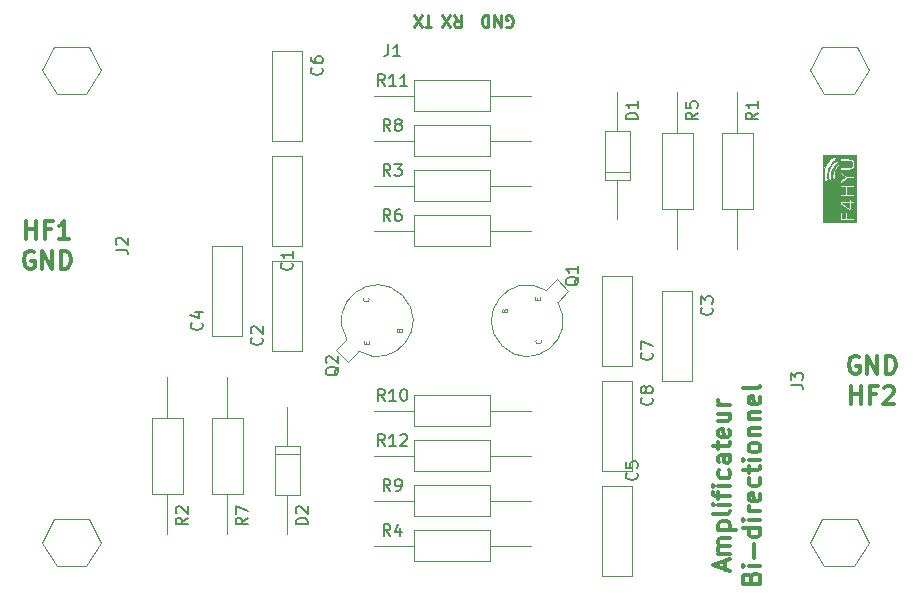
<source format=gbr>
G04 #@! TF.FileFunction,Legend,Top*
%FSLAX46Y46*%
G04 Gerber Fmt 4.6, Leading zero omitted, Abs format (unit mm)*
G04 Created by KiCad (PCBNEW 4.0.7) date 06/13/18 13:11:16*
%MOMM*%
%LPD*%
G01*
G04 APERTURE LIST*
%ADD10C,0.100000*%
%ADD11C,0.300000*%
%ADD12C,0.250000*%
%ADD13C,0.120000*%
%ADD14C,0.010000*%
%ADD15C,0.150000*%
%ADD16C,0.125000*%
G04 APERTURE END LIST*
D10*
D11*
X176014286Y-83228571D02*
X176014286Y-81728571D01*
X176014286Y-82442857D02*
X176871429Y-82442857D01*
X176871429Y-83228571D02*
X176871429Y-81728571D01*
X178085715Y-82442857D02*
X177585715Y-82442857D01*
X177585715Y-83228571D02*
X177585715Y-81728571D01*
X178300001Y-81728571D01*
X178800000Y-81871429D02*
X178871429Y-81800000D01*
X179014286Y-81728571D01*
X179371429Y-81728571D01*
X179514286Y-81800000D01*
X179585715Y-81871429D01*
X179657143Y-82014286D01*
X179657143Y-82157143D01*
X179585715Y-82371429D01*
X178728572Y-83228571D01*
X179657143Y-83228571D01*
X165345000Y-97277143D02*
X165345000Y-96562857D01*
X165773571Y-97420000D02*
X164273571Y-96920000D01*
X165773571Y-96420000D01*
X165773571Y-95920000D02*
X164773571Y-95920000D01*
X164916429Y-95920000D02*
X164845000Y-95848572D01*
X164773571Y-95705714D01*
X164773571Y-95491429D01*
X164845000Y-95348572D01*
X164987857Y-95277143D01*
X165773571Y-95277143D01*
X164987857Y-95277143D02*
X164845000Y-95205714D01*
X164773571Y-95062857D01*
X164773571Y-94848572D01*
X164845000Y-94705714D01*
X164987857Y-94634286D01*
X165773571Y-94634286D01*
X164773571Y-93920000D02*
X166273571Y-93920000D01*
X164845000Y-93920000D02*
X164773571Y-93777143D01*
X164773571Y-93491429D01*
X164845000Y-93348572D01*
X164916429Y-93277143D01*
X165059286Y-93205714D01*
X165487857Y-93205714D01*
X165630714Y-93277143D01*
X165702143Y-93348572D01*
X165773571Y-93491429D01*
X165773571Y-93777143D01*
X165702143Y-93920000D01*
X165773571Y-92348571D02*
X165702143Y-92491429D01*
X165559286Y-92562857D01*
X164273571Y-92562857D01*
X165773571Y-91777143D02*
X164773571Y-91777143D01*
X164273571Y-91777143D02*
X164345000Y-91848572D01*
X164416429Y-91777143D01*
X164345000Y-91705715D01*
X164273571Y-91777143D01*
X164416429Y-91777143D01*
X164773571Y-91277143D02*
X164773571Y-90705714D01*
X165773571Y-91062857D02*
X164487857Y-91062857D01*
X164345000Y-90991429D01*
X164273571Y-90848571D01*
X164273571Y-90705714D01*
X165773571Y-90205714D02*
X164773571Y-90205714D01*
X164273571Y-90205714D02*
X164345000Y-90277143D01*
X164416429Y-90205714D01*
X164345000Y-90134286D01*
X164273571Y-90205714D01*
X164416429Y-90205714D01*
X165702143Y-88848571D02*
X165773571Y-88991428D01*
X165773571Y-89277142D01*
X165702143Y-89420000D01*
X165630714Y-89491428D01*
X165487857Y-89562857D01*
X165059286Y-89562857D01*
X164916429Y-89491428D01*
X164845000Y-89420000D01*
X164773571Y-89277142D01*
X164773571Y-88991428D01*
X164845000Y-88848571D01*
X165773571Y-87562857D02*
X164987857Y-87562857D01*
X164845000Y-87634286D01*
X164773571Y-87777143D01*
X164773571Y-88062857D01*
X164845000Y-88205714D01*
X165702143Y-87562857D02*
X165773571Y-87705714D01*
X165773571Y-88062857D01*
X165702143Y-88205714D01*
X165559286Y-88277143D01*
X165416429Y-88277143D01*
X165273571Y-88205714D01*
X165202143Y-88062857D01*
X165202143Y-87705714D01*
X165130714Y-87562857D01*
X164773571Y-87062857D02*
X164773571Y-86491428D01*
X164273571Y-86848571D02*
X165559286Y-86848571D01*
X165702143Y-86777143D01*
X165773571Y-86634285D01*
X165773571Y-86491428D01*
X165702143Y-85420000D02*
X165773571Y-85562857D01*
X165773571Y-85848571D01*
X165702143Y-85991428D01*
X165559286Y-86062857D01*
X164987857Y-86062857D01*
X164845000Y-85991428D01*
X164773571Y-85848571D01*
X164773571Y-85562857D01*
X164845000Y-85420000D01*
X164987857Y-85348571D01*
X165130714Y-85348571D01*
X165273571Y-86062857D01*
X164773571Y-84062857D02*
X165773571Y-84062857D01*
X164773571Y-84705714D02*
X165559286Y-84705714D01*
X165702143Y-84634286D01*
X165773571Y-84491428D01*
X165773571Y-84277143D01*
X165702143Y-84134286D01*
X165630714Y-84062857D01*
X165773571Y-83348571D02*
X164773571Y-83348571D01*
X165059286Y-83348571D02*
X164916429Y-83277143D01*
X164845000Y-83205714D01*
X164773571Y-83062857D01*
X164773571Y-82920000D01*
X167537857Y-97991428D02*
X167609286Y-97777142D01*
X167680714Y-97705714D01*
X167823571Y-97634285D01*
X168037857Y-97634285D01*
X168180714Y-97705714D01*
X168252143Y-97777142D01*
X168323571Y-97920000D01*
X168323571Y-98491428D01*
X166823571Y-98491428D01*
X166823571Y-97991428D01*
X166895000Y-97848571D01*
X166966429Y-97777142D01*
X167109286Y-97705714D01*
X167252143Y-97705714D01*
X167395000Y-97777142D01*
X167466429Y-97848571D01*
X167537857Y-97991428D01*
X167537857Y-98491428D01*
X168323571Y-96991428D02*
X167323571Y-96991428D01*
X166823571Y-96991428D02*
X166895000Y-97062857D01*
X166966429Y-96991428D01*
X166895000Y-96920000D01*
X166823571Y-96991428D01*
X166966429Y-96991428D01*
X167752143Y-96277142D02*
X167752143Y-95134285D01*
X168323571Y-93777142D02*
X166823571Y-93777142D01*
X168252143Y-93777142D02*
X168323571Y-93919999D01*
X168323571Y-94205713D01*
X168252143Y-94348571D01*
X168180714Y-94419999D01*
X168037857Y-94491428D01*
X167609286Y-94491428D01*
X167466429Y-94419999D01*
X167395000Y-94348571D01*
X167323571Y-94205713D01*
X167323571Y-93919999D01*
X167395000Y-93777142D01*
X168323571Y-93062856D02*
X167323571Y-93062856D01*
X166823571Y-93062856D02*
X166895000Y-93134285D01*
X166966429Y-93062856D01*
X166895000Y-92991428D01*
X166823571Y-93062856D01*
X166966429Y-93062856D01*
X168323571Y-92348570D02*
X167323571Y-92348570D01*
X167609286Y-92348570D02*
X167466429Y-92277142D01*
X167395000Y-92205713D01*
X167323571Y-92062856D01*
X167323571Y-91919999D01*
X168252143Y-90848571D02*
X168323571Y-90991428D01*
X168323571Y-91277142D01*
X168252143Y-91419999D01*
X168109286Y-91491428D01*
X167537857Y-91491428D01*
X167395000Y-91419999D01*
X167323571Y-91277142D01*
X167323571Y-90991428D01*
X167395000Y-90848571D01*
X167537857Y-90777142D01*
X167680714Y-90777142D01*
X167823571Y-91491428D01*
X168252143Y-89491428D02*
X168323571Y-89634285D01*
X168323571Y-89919999D01*
X168252143Y-90062857D01*
X168180714Y-90134285D01*
X168037857Y-90205714D01*
X167609286Y-90205714D01*
X167466429Y-90134285D01*
X167395000Y-90062857D01*
X167323571Y-89919999D01*
X167323571Y-89634285D01*
X167395000Y-89491428D01*
X167323571Y-89062857D02*
X167323571Y-88491428D01*
X166823571Y-88848571D02*
X168109286Y-88848571D01*
X168252143Y-88777143D01*
X168323571Y-88634285D01*
X168323571Y-88491428D01*
X168323571Y-87991428D02*
X167323571Y-87991428D01*
X166823571Y-87991428D02*
X166895000Y-88062857D01*
X166966429Y-87991428D01*
X166895000Y-87920000D01*
X166823571Y-87991428D01*
X166966429Y-87991428D01*
X168323571Y-87062856D02*
X168252143Y-87205714D01*
X168180714Y-87277142D01*
X168037857Y-87348571D01*
X167609286Y-87348571D01*
X167466429Y-87277142D01*
X167395000Y-87205714D01*
X167323571Y-87062856D01*
X167323571Y-86848571D01*
X167395000Y-86705714D01*
X167466429Y-86634285D01*
X167609286Y-86562856D01*
X168037857Y-86562856D01*
X168180714Y-86634285D01*
X168252143Y-86705714D01*
X168323571Y-86848571D01*
X168323571Y-87062856D01*
X167323571Y-85919999D02*
X168323571Y-85919999D01*
X167466429Y-85919999D02*
X167395000Y-85848571D01*
X167323571Y-85705713D01*
X167323571Y-85491428D01*
X167395000Y-85348571D01*
X167537857Y-85277142D01*
X168323571Y-85277142D01*
X167323571Y-84562856D02*
X168323571Y-84562856D01*
X167466429Y-84562856D02*
X167395000Y-84491428D01*
X167323571Y-84348570D01*
X167323571Y-84134285D01*
X167395000Y-83991428D01*
X167537857Y-83919999D01*
X168323571Y-83919999D01*
X168252143Y-82634285D02*
X168323571Y-82777142D01*
X168323571Y-83062856D01*
X168252143Y-83205713D01*
X168109286Y-83277142D01*
X167537857Y-83277142D01*
X167395000Y-83205713D01*
X167323571Y-83062856D01*
X167323571Y-82777142D01*
X167395000Y-82634285D01*
X167537857Y-82562856D01*
X167680714Y-82562856D01*
X167823571Y-83277142D01*
X168323571Y-81705713D02*
X168252143Y-81848571D01*
X168109286Y-81919999D01*
X166823571Y-81919999D01*
X176657143Y-79260000D02*
X176514286Y-79188571D01*
X176300000Y-79188571D01*
X176085715Y-79260000D01*
X175942857Y-79402857D01*
X175871429Y-79545714D01*
X175800000Y-79831429D01*
X175800000Y-80045714D01*
X175871429Y-80331429D01*
X175942857Y-80474286D01*
X176085715Y-80617143D01*
X176300000Y-80688571D01*
X176442857Y-80688571D01*
X176657143Y-80617143D01*
X176728572Y-80545714D01*
X176728572Y-80045714D01*
X176442857Y-80045714D01*
X177371429Y-80688571D02*
X177371429Y-79188571D01*
X178228572Y-80688571D01*
X178228572Y-79188571D01*
X178942858Y-80688571D02*
X178942858Y-79188571D01*
X179300001Y-79188571D01*
X179514286Y-79260000D01*
X179657144Y-79402857D01*
X179728572Y-79545714D01*
X179800001Y-79831429D01*
X179800001Y-80045714D01*
X179728572Y-80331429D01*
X179657144Y-80474286D01*
X179514286Y-80617143D01*
X179300001Y-80688571D01*
X178942858Y-80688571D01*
X106807143Y-70370000D02*
X106664286Y-70298571D01*
X106450000Y-70298571D01*
X106235715Y-70370000D01*
X106092857Y-70512857D01*
X106021429Y-70655714D01*
X105950000Y-70941429D01*
X105950000Y-71155714D01*
X106021429Y-71441429D01*
X106092857Y-71584286D01*
X106235715Y-71727143D01*
X106450000Y-71798571D01*
X106592857Y-71798571D01*
X106807143Y-71727143D01*
X106878572Y-71655714D01*
X106878572Y-71155714D01*
X106592857Y-71155714D01*
X107521429Y-71798571D02*
X107521429Y-70298571D01*
X108378572Y-71798571D01*
X108378572Y-70298571D01*
X109092858Y-71798571D02*
X109092858Y-70298571D01*
X109450001Y-70298571D01*
X109664286Y-70370000D01*
X109807144Y-70512857D01*
X109878572Y-70655714D01*
X109950001Y-70941429D01*
X109950001Y-71155714D01*
X109878572Y-71441429D01*
X109807144Y-71584286D01*
X109664286Y-71727143D01*
X109450001Y-71798571D01*
X109092858Y-71798571D01*
D12*
X140461905Y-51347619D02*
X139890476Y-51347619D01*
X140176191Y-50347619D02*
X140176191Y-51347619D01*
X139652381Y-51347619D02*
X138985714Y-50347619D01*
X138985714Y-51347619D02*
X139652381Y-50347619D01*
X142406666Y-50347619D02*
X142740000Y-50823810D01*
X142978095Y-50347619D02*
X142978095Y-51347619D01*
X142597142Y-51347619D01*
X142501904Y-51300000D01*
X142454285Y-51252381D01*
X142406666Y-51157143D01*
X142406666Y-51014286D01*
X142454285Y-50919048D01*
X142501904Y-50871429D01*
X142597142Y-50823810D01*
X142978095Y-50823810D01*
X142073333Y-51347619D02*
X141406666Y-50347619D01*
X141406666Y-51347619D02*
X142073333Y-50347619D01*
X146811904Y-51300000D02*
X146907142Y-51347619D01*
X147049999Y-51347619D01*
X147192857Y-51300000D01*
X147288095Y-51204762D01*
X147335714Y-51109524D01*
X147383333Y-50919048D01*
X147383333Y-50776190D01*
X147335714Y-50585714D01*
X147288095Y-50490476D01*
X147192857Y-50395238D01*
X147049999Y-50347619D01*
X146954761Y-50347619D01*
X146811904Y-50395238D01*
X146764285Y-50442857D01*
X146764285Y-50776190D01*
X146954761Y-50776190D01*
X146335714Y-50347619D02*
X146335714Y-51347619D01*
X145764285Y-50347619D01*
X145764285Y-51347619D01*
X145288095Y-50347619D02*
X145288095Y-51347619D01*
X145050000Y-51347619D01*
X144907142Y-51300000D01*
X144811904Y-51204762D01*
X144764285Y-51109524D01*
X144716666Y-50919048D01*
X144716666Y-50776190D01*
X144764285Y-50585714D01*
X144811904Y-50490476D01*
X144907142Y-50395238D01*
X145050000Y-50347619D01*
X145288095Y-50347619D01*
D11*
X106164286Y-69258571D02*
X106164286Y-67758571D01*
X106164286Y-68472857D02*
X107021429Y-68472857D01*
X107021429Y-69258571D02*
X107021429Y-67758571D01*
X108235715Y-68472857D02*
X107735715Y-68472857D01*
X107735715Y-69258571D02*
X107735715Y-67758571D01*
X108450001Y-67758571D01*
X109807143Y-69258571D02*
X108950000Y-69258571D01*
X109378572Y-69258571D02*
X109378572Y-67758571D01*
X109235715Y-67972857D01*
X109092857Y-68115714D01*
X108950000Y-68187143D01*
D10*
X129540000Y-62230000D02*
X127000000Y-62230000D01*
X127000000Y-62230000D02*
X127000000Y-69850000D01*
X127000000Y-69850000D02*
X129540000Y-69850000D01*
X129540000Y-69850000D02*
X129540000Y-62230000D01*
X127000000Y-78740000D02*
X129540000Y-78740000D01*
X129540000Y-78740000D02*
X129540000Y-71120000D01*
X129540000Y-71120000D02*
X127000000Y-71120000D01*
X127000000Y-71120000D02*
X127000000Y-78740000D01*
X162560000Y-73660000D02*
X160020000Y-73660000D01*
X160020000Y-73660000D02*
X160020000Y-81280000D01*
X160020000Y-81280000D02*
X162560000Y-81280000D01*
X162560000Y-81280000D02*
X162560000Y-73660000D01*
X121920000Y-77470000D02*
X124460000Y-77470000D01*
X124460000Y-77470000D02*
X124460000Y-69850000D01*
X124460000Y-69850000D02*
X121920000Y-69850000D01*
X121920000Y-69850000D02*
X121920000Y-77470000D01*
X157480000Y-90170000D02*
X154940000Y-90170000D01*
X154940000Y-90170000D02*
X154940000Y-97790000D01*
X154940000Y-97790000D02*
X157480000Y-97790000D01*
X157480000Y-97790000D02*
X157480000Y-90170000D01*
X129540000Y-53340000D02*
X127000000Y-53340000D01*
X127000000Y-53340000D02*
X127000000Y-60960000D01*
X127000000Y-60960000D02*
X129540000Y-60960000D01*
X129540000Y-60960000D02*
X129540000Y-53340000D01*
X154940000Y-80010000D02*
X157480000Y-80010000D01*
X157480000Y-80010000D02*
X157480000Y-72390000D01*
X157480000Y-72390000D02*
X154940000Y-72390000D01*
X154940000Y-72390000D02*
X154940000Y-80010000D01*
X157480000Y-81280000D02*
X154940000Y-81280000D01*
X154940000Y-81280000D02*
X154940000Y-88900000D01*
X154940000Y-88900000D02*
X157480000Y-88900000D01*
X157480000Y-88900000D02*
X157480000Y-81280000D01*
D13*
X155150000Y-64290000D02*
X157270000Y-64290000D01*
X157270000Y-64290000D02*
X157270000Y-60170000D01*
X157270000Y-60170000D02*
X155150000Y-60170000D01*
X155150000Y-60170000D02*
X155150000Y-64290000D01*
X156210000Y-67600000D02*
X156210000Y-64290000D01*
X156210000Y-56860000D02*
X156210000Y-60170000D01*
X155150000Y-63630000D02*
X157270000Y-63630000D01*
X129330000Y-86840000D02*
X127210000Y-86840000D01*
X127210000Y-86840000D02*
X127210000Y-90960000D01*
X127210000Y-90960000D02*
X129330000Y-90960000D01*
X129330000Y-90960000D02*
X129330000Y-86840000D01*
X128270000Y-83530000D02*
X128270000Y-86840000D01*
X128270000Y-94270000D02*
X128270000Y-90960000D01*
X129330000Y-87500000D02*
X127210000Y-87500000D01*
X151162281Y-74617669D02*
X152074448Y-73705501D01*
X152074448Y-73705501D02*
X151084499Y-72715552D01*
X151084499Y-72715552D02*
X150172331Y-73627719D01*
X150172544Y-73627850D02*
G75*
G03X151162281Y-74617669I-1582544J-2572150D01*
G01*
X133317719Y-77782331D02*
X132405552Y-78694499D01*
X132405552Y-78694499D02*
X133395501Y-79684448D01*
X133395501Y-79684448D02*
X134307669Y-78772281D01*
X134307456Y-78772150D02*
G75*
G03X133317719Y-77782331I1582544J2572150D01*
G01*
X167680000Y-60290000D02*
X165060000Y-60290000D01*
X165060000Y-60290000D02*
X165060000Y-66710000D01*
X165060000Y-66710000D02*
X167680000Y-66710000D01*
X167680000Y-66710000D02*
X167680000Y-60290000D01*
X166370000Y-56860000D02*
X166370000Y-60290000D01*
X166370000Y-70140000D02*
X166370000Y-66710000D01*
X116800000Y-90840000D02*
X119420000Y-90840000D01*
X119420000Y-90840000D02*
X119420000Y-84420000D01*
X119420000Y-84420000D02*
X116800000Y-84420000D01*
X116800000Y-84420000D02*
X116800000Y-90840000D01*
X118110000Y-94270000D02*
X118110000Y-90840000D01*
X118110000Y-80990000D02*
X118110000Y-84420000D01*
X139030000Y-63460000D02*
X139030000Y-66080000D01*
X139030000Y-66080000D02*
X145450000Y-66080000D01*
X145450000Y-66080000D02*
X145450000Y-63460000D01*
X145450000Y-63460000D02*
X139030000Y-63460000D01*
X135600000Y-64770000D02*
X139030000Y-64770000D01*
X148880000Y-64770000D02*
X145450000Y-64770000D01*
X145450000Y-96560000D02*
X145450000Y-93940000D01*
X145450000Y-93940000D02*
X139030000Y-93940000D01*
X139030000Y-93940000D02*
X139030000Y-96560000D01*
X139030000Y-96560000D02*
X145450000Y-96560000D01*
X148880000Y-95250000D02*
X145450000Y-95250000D01*
X135600000Y-95250000D02*
X139030000Y-95250000D01*
X159980000Y-66710000D02*
X162600000Y-66710000D01*
X162600000Y-66710000D02*
X162600000Y-60290000D01*
X162600000Y-60290000D02*
X159980000Y-60290000D01*
X159980000Y-60290000D02*
X159980000Y-66710000D01*
X161290000Y-70140000D02*
X161290000Y-66710000D01*
X161290000Y-56860000D02*
X161290000Y-60290000D01*
X139030000Y-67270000D02*
X139030000Y-69890000D01*
X139030000Y-69890000D02*
X145450000Y-69890000D01*
X145450000Y-69890000D02*
X145450000Y-67270000D01*
X145450000Y-67270000D02*
X139030000Y-67270000D01*
X135600000Y-68580000D02*
X139030000Y-68580000D01*
X148880000Y-68580000D02*
X145450000Y-68580000D01*
X124500000Y-84420000D02*
X121880000Y-84420000D01*
X121880000Y-84420000D02*
X121880000Y-90840000D01*
X121880000Y-90840000D02*
X124500000Y-90840000D01*
X124500000Y-90840000D02*
X124500000Y-84420000D01*
X123190000Y-80990000D02*
X123190000Y-84420000D01*
X123190000Y-94270000D02*
X123190000Y-90840000D01*
X139030000Y-59650000D02*
X139030000Y-62270000D01*
X139030000Y-62270000D02*
X145450000Y-62270000D01*
X145450000Y-62270000D02*
X145450000Y-59650000D01*
X145450000Y-59650000D02*
X139030000Y-59650000D01*
X135600000Y-60960000D02*
X139030000Y-60960000D01*
X148880000Y-60960000D02*
X145450000Y-60960000D01*
X145450000Y-92750000D02*
X145450000Y-90130000D01*
X145450000Y-90130000D02*
X139030000Y-90130000D01*
X139030000Y-90130000D02*
X139030000Y-92750000D01*
X139030000Y-92750000D02*
X145450000Y-92750000D01*
X148880000Y-91440000D02*
X145450000Y-91440000D01*
X135600000Y-91440000D02*
X139030000Y-91440000D01*
X139030000Y-82510000D02*
X139030000Y-85130000D01*
X139030000Y-85130000D02*
X145450000Y-85130000D01*
X145450000Y-85130000D02*
X145450000Y-82510000D01*
X145450000Y-82510000D02*
X139030000Y-82510000D01*
X135600000Y-83820000D02*
X139030000Y-83820000D01*
X148880000Y-83820000D02*
X145450000Y-83820000D01*
X139030000Y-55840000D02*
X139030000Y-58460000D01*
X139030000Y-58460000D02*
X145450000Y-58460000D01*
X145450000Y-58460000D02*
X145450000Y-55840000D01*
X145450000Y-55840000D02*
X139030000Y-55840000D01*
X135600000Y-57150000D02*
X139030000Y-57150000D01*
X148880000Y-57150000D02*
X145450000Y-57150000D01*
X145450000Y-88940000D02*
X145450000Y-86320000D01*
X145450000Y-86320000D02*
X139030000Y-86320000D01*
X139030000Y-86320000D02*
X139030000Y-88940000D01*
X139030000Y-88940000D02*
X145450000Y-88940000D01*
X148880000Y-87630000D02*
X145450000Y-87630000D01*
X135600000Y-87630000D02*
X139030000Y-87630000D01*
D10*
X107500000Y-95000000D02*
X108500000Y-93000000D01*
X108500000Y-93000000D02*
X111500000Y-93000000D01*
X111500000Y-93000000D02*
X112500000Y-95000000D01*
X112500000Y-95000000D02*
X111250000Y-97000000D01*
X111250000Y-97000000D02*
X108750000Y-97000000D01*
X108750000Y-97000000D02*
X107500000Y-95000000D01*
X172500000Y-95000000D02*
X173500000Y-93000000D01*
X173500000Y-93000000D02*
X176500000Y-93000000D01*
X176500000Y-93000000D02*
X177500000Y-95000000D01*
X177500000Y-95000000D02*
X176250000Y-97000000D01*
X176250000Y-97000000D02*
X173750000Y-97000000D01*
X173750000Y-97000000D02*
X172500000Y-95000000D01*
X107500000Y-55000000D02*
X108500000Y-53000000D01*
X108500000Y-53000000D02*
X111500000Y-53000000D01*
X111500000Y-53000000D02*
X112500000Y-55000000D01*
X112500000Y-55000000D02*
X111250000Y-57000000D01*
X111250000Y-57000000D02*
X108750000Y-57000000D01*
X108750000Y-57000000D02*
X107500000Y-55000000D01*
X172500000Y-55000000D02*
X173500000Y-53000000D01*
X173500000Y-53000000D02*
X176500000Y-53000000D01*
X176500000Y-53000000D02*
X177500000Y-55000000D01*
X177500000Y-55000000D02*
X176250000Y-57000000D01*
X176250000Y-57000000D02*
X173750000Y-57000000D01*
X173750000Y-57000000D02*
X172500000Y-55000000D01*
D14*
G36*
X176411111Y-62177778D02*
X176411111Y-67822222D01*
X175028222Y-67822222D01*
X175028222Y-67681111D01*
X176270000Y-67681111D01*
X176270000Y-67511778D01*
X175890475Y-67511778D01*
X175890475Y-66806222D01*
X175987777Y-66806222D01*
X175987777Y-66270000D01*
X176270000Y-66270000D01*
X176270000Y-66072445D01*
X176128889Y-66072445D01*
X176045354Y-66070595D01*
X176003699Y-66059222D01*
X175989362Y-66029589D01*
X175987777Y-65987778D01*
X175980784Y-65927809D01*
X175947797Y-65905705D01*
X175903111Y-65903111D01*
X175843141Y-65910104D01*
X175821038Y-65943091D01*
X175818444Y-65987778D01*
X175818444Y-66072445D01*
X175028222Y-66072445D01*
X175028222Y-65677334D01*
X176270000Y-65677334D01*
X176270000Y-65479778D01*
X175677333Y-65479778D01*
X175677333Y-64915334D01*
X176270000Y-64915334D01*
X176270000Y-64717778D01*
X175046150Y-64717778D01*
X175046150Y-64572228D01*
X175049389Y-64571963D01*
X175079555Y-64553398D01*
X175146886Y-64509375D01*
X175241877Y-64446181D01*
X175355019Y-64370102D01*
X175373003Y-64357945D01*
X175675451Y-64153334D01*
X176270000Y-64153334D01*
X176270000Y-63955778D01*
X175676234Y-63955778D01*
X175359283Y-63743717D01*
X175042333Y-63531656D01*
X175033194Y-63620681D01*
X175030883Y-63668333D01*
X175040182Y-63707625D01*
X175068613Y-63746969D01*
X175123697Y-63794779D01*
X175212956Y-63859467D01*
X175300763Y-63919955D01*
X175502748Y-64058125D01*
X175265485Y-64219951D01*
X175157678Y-64294798D01*
X175088607Y-64348260D01*
X175049715Y-64389771D01*
X175032448Y-64428762D01*
X175028253Y-64474666D01*
X175028222Y-64481573D01*
X175028222Y-63419556D01*
X175458611Y-63419398D01*
X175663337Y-63417397D01*
X175820533Y-63410444D01*
X175939018Y-63396862D01*
X176027612Y-63374974D01*
X176095134Y-63343101D01*
X176150403Y-63299568D01*
X176164872Y-63285073D01*
X176234854Y-63175418D01*
X176274279Y-63035448D01*
X176281642Y-62883237D01*
X176255440Y-62736862D01*
X176217694Y-62649901D01*
X176170484Y-62585001D01*
X176108767Y-62536126D01*
X176024709Y-62501247D01*
X175910479Y-62478334D01*
X175758245Y-62465356D01*
X175560173Y-62460285D01*
X175484978Y-62460000D01*
X175028222Y-62460000D01*
X175028222Y-62657556D01*
X175492315Y-62657556D01*
X175664547Y-62657889D01*
X175789808Y-62659682D01*
X175877567Y-62664120D01*
X175937297Y-62672392D01*
X175978468Y-62685685D01*
X176010554Y-62705187D01*
X176035593Y-62725668D01*
X176084849Y-62777305D01*
X176108312Y-62835816D01*
X176114735Y-62924519D01*
X176114777Y-62936551D01*
X176107526Y-63038056D01*
X176081235Y-63106410D01*
X176050567Y-63143605D01*
X176024146Y-63167187D01*
X175993127Y-63184413D01*
X175948481Y-63196501D01*
X175881178Y-63204667D01*
X175782189Y-63210128D01*
X175642484Y-63214101D01*
X175507290Y-63216803D01*
X175028222Y-63225717D01*
X175028222Y-63419556D01*
X175028222Y-64481573D01*
X175033391Y-64544447D01*
X175046150Y-64572228D01*
X175046150Y-64717778D01*
X175028222Y-64717778D01*
X175028222Y-64915334D01*
X175508000Y-64915334D01*
X175508000Y-65479778D01*
X175028222Y-65479778D01*
X175028222Y-65677334D01*
X175028222Y-66072445D01*
X175028494Y-66192389D01*
X175028766Y-66312334D01*
X175410969Y-66559278D01*
X175569911Y-66659927D01*
X175690611Y-66731132D01*
X175780442Y-66776693D01*
X175846781Y-66800406D01*
X175890475Y-66806222D01*
X175890475Y-67511778D01*
X175677333Y-67511778D01*
X175677333Y-67000029D01*
X175599722Y-67008959D01*
X175562512Y-67015163D01*
X175539205Y-67030924D01*
X175525976Y-67067651D01*
X175519002Y-67136751D01*
X175514459Y-67249634D01*
X175513956Y-67264834D01*
X175505802Y-67511778D01*
X175197555Y-67511778D01*
X175197555Y-66975556D01*
X175028222Y-66975556D01*
X175028222Y-67681111D01*
X175028222Y-67822222D01*
X174480853Y-67822222D01*
X174480853Y-64178154D01*
X174539878Y-64169326D01*
X174620015Y-64151725D01*
X174609415Y-63941811D01*
X174615530Y-63744098D01*
X174651008Y-63554375D01*
X174711710Y-63386843D01*
X174793497Y-63255703D01*
X174816836Y-63230186D01*
X174887506Y-63154459D01*
X174924997Y-63096889D01*
X174939688Y-63039735D01*
X174941327Y-63017389D01*
X174920986Y-62975413D01*
X174891284Y-62968000D01*
X174795857Y-62994735D01*
X174702787Y-63069043D01*
X174616138Y-63182078D01*
X174539976Y-63324994D01*
X174478366Y-63488947D01*
X174435374Y-63665089D01*
X174415063Y-63844575D01*
X174418933Y-63995825D01*
X174429740Y-64086822D01*
X174440661Y-64152269D01*
X174447714Y-64174900D01*
X174480853Y-64178154D01*
X174480853Y-67822222D01*
X174141785Y-67822222D01*
X174141785Y-64275381D01*
X174213713Y-64260411D01*
X174231564Y-64254426D01*
X174336777Y-64217792D01*
X174326887Y-64006136D01*
X174338956Y-63715501D01*
X174404407Y-63438501D01*
X174462970Y-63290460D01*
X174520339Y-63183871D01*
X174591370Y-63080960D01*
X174666090Y-62993457D01*
X174734524Y-62933090D01*
X174785191Y-62911556D01*
X174816067Y-62887046D01*
X174848810Y-62826362D01*
X174874699Y-62748769D01*
X174884230Y-62692834D01*
X174861312Y-62666896D01*
X174797868Y-62657556D01*
X174695030Y-62678892D01*
X174579479Y-62735358D01*
X174470580Y-62815645D01*
X174401596Y-62888991D01*
X174305889Y-63037233D01*
X174215782Y-63217185D01*
X174142567Y-63404397D01*
X174107714Y-63525389D01*
X174090635Y-63628521D01*
X174079658Y-63757029D01*
X174074787Y-63896307D01*
X174076028Y-64031753D01*
X174083384Y-64148761D01*
X174096861Y-64232728D01*
X174107477Y-64260523D01*
X174141785Y-64275381D01*
X174141785Y-67822222D01*
X173772522Y-67822222D01*
X173772522Y-64398376D01*
X173840954Y-64382781D01*
X173899411Y-64364974D01*
X173984712Y-64332393D01*
X174024111Y-64303958D01*
X174027031Y-64272640D01*
X174026198Y-64270377D01*
X174014525Y-64219108D01*
X174001989Y-64131507D01*
X173992365Y-64038026D01*
X173991965Y-63823445D01*
X174023041Y-63599989D01*
X174081381Y-63378074D01*
X174162777Y-63168121D01*
X174263017Y-62980549D01*
X174377893Y-62825776D01*
X174503195Y-62714222D01*
X174535211Y-62694555D01*
X174624016Y-62628257D01*
X174674294Y-62542853D01*
X174680331Y-62524816D01*
X174707042Y-62430144D01*
X174710019Y-62376895D01*
X174684151Y-62353210D01*
X174624330Y-62347230D01*
X174603764Y-62347111D01*
X174450840Y-62374305D01*
X174301794Y-62451772D01*
X174160287Y-62573340D01*
X174029980Y-62732841D01*
X173914535Y-62924101D01*
X173817613Y-63140952D01*
X173742875Y-63377221D01*
X173693983Y-63626737D01*
X173674597Y-63883331D01*
X173674426Y-63913445D01*
X173678964Y-64069258D01*
X173690936Y-64207605D01*
X173708782Y-64316917D01*
X173730941Y-64385625D01*
X173739815Y-64398334D01*
X173772522Y-64398376D01*
X173772522Y-67822222D01*
X173588889Y-67822222D01*
X173588889Y-62177778D01*
X176411111Y-62177778D01*
X176411111Y-62177778D01*
G37*
X176411111Y-62177778D02*
X176411111Y-67822222D01*
X175028222Y-67822222D01*
X175028222Y-67681111D01*
X176270000Y-67681111D01*
X176270000Y-67511778D01*
X175890475Y-67511778D01*
X175890475Y-66806222D01*
X175987777Y-66806222D01*
X175987777Y-66270000D01*
X176270000Y-66270000D01*
X176270000Y-66072445D01*
X176128889Y-66072445D01*
X176045354Y-66070595D01*
X176003699Y-66059222D01*
X175989362Y-66029589D01*
X175987777Y-65987778D01*
X175980784Y-65927809D01*
X175947797Y-65905705D01*
X175903111Y-65903111D01*
X175843141Y-65910104D01*
X175821038Y-65943091D01*
X175818444Y-65987778D01*
X175818444Y-66072445D01*
X175028222Y-66072445D01*
X175028222Y-65677334D01*
X176270000Y-65677334D01*
X176270000Y-65479778D01*
X175677333Y-65479778D01*
X175677333Y-64915334D01*
X176270000Y-64915334D01*
X176270000Y-64717778D01*
X175046150Y-64717778D01*
X175046150Y-64572228D01*
X175049389Y-64571963D01*
X175079555Y-64553398D01*
X175146886Y-64509375D01*
X175241877Y-64446181D01*
X175355019Y-64370102D01*
X175373003Y-64357945D01*
X175675451Y-64153334D01*
X176270000Y-64153334D01*
X176270000Y-63955778D01*
X175676234Y-63955778D01*
X175359283Y-63743717D01*
X175042333Y-63531656D01*
X175033194Y-63620681D01*
X175030883Y-63668333D01*
X175040182Y-63707625D01*
X175068613Y-63746969D01*
X175123697Y-63794779D01*
X175212956Y-63859467D01*
X175300763Y-63919955D01*
X175502748Y-64058125D01*
X175265485Y-64219951D01*
X175157678Y-64294798D01*
X175088607Y-64348260D01*
X175049715Y-64389771D01*
X175032448Y-64428762D01*
X175028253Y-64474666D01*
X175028222Y-64481573D01*
X175028222Y-63419556D01*
X175458611Y-63419398D01*
X175663337Y-63417397D01*
X175820533Y-63410444D01*
X175939018Y-63396862D01*
X176027612Y-63374974D01*
X176095134Y-63343101D01*
X176150403Y-63299568D01*
X176164872Y-63285073D01*
X176234854Y-63175418D01*
X176274279Y-63035448D01*
X176281642Y-62883237D01*
X176255440Y-62736862D01*
X176217694Y-62649901D01*
X176170484Y-62585001D01*
X176108767Y-62536126D01*
X176024709Y-62501247D01*
X175910479Y-62478334D01*
X175758245Y-62465356D01*
X175560173Y-62460285D01*
X175484978Y-62460000D01*
X175028222Y-62460000D01*
X175028222Y-62657556D01*
X175492315Y-62657556D01*
X175664547Y-62657889D01*
X175789808Y-62659682D01*
X175877567Y-62664120D01*
X175937297Y-62672392D01*
X175978468Y-62685685D01*
X176010554Y-62705187D01*
X176035593Y-62725668D01*
X176084849Y-62777305D01*
X176108312Y-62835816D01*
X176114735Y-62924519D01*
X176114777Y-62936551D01*
X176107526Y-63038056D01*
X176081235Y-63106410D01*
X176050567Y-63143605D01*
X176024146Y-63167187D01*
X175993127Y-63184413D01*
X175948481Y-63196501D01*
X175881178Y-63204667D01*
X175782189Y-63210128D01*
X175642484Y-63214101D01*
X175507290Y-63216803D01*
X175028222Y-63225717D01*
X175028222Y-63419556D01*
X175028222Y-64481573D01*
X175033391Y-64544447D01*
X175046150Y-64572228D01*
X175046150Y-64717778D01*
X175028222Y-64717778D01*
X175028222Y-64915334D01*
X175508000Y-64915334D01*
X175508000Y-65479778D01*
X175028222Y-65479778D01*
X175028222Y-65677334D01*
X175028222Y-66072445D01*
X175028494Y-66192389D01*
X175028766Y-66312334D01*
X175410969Y-66559278D01*
X175569911Y-66659927D01*
X175690611Y-66731132D01*
X175780442Y-66776693D01*
X175846781Y-66800406D01*
X175890475Y-66806222D01*
X175890475Y-67511778D01*
X175677333Y-67511778D01*
X175677333Y-67000029D01*
X175599722Y-67008959D01*
X175562512Y-67015163D01*
X175539205Y-67030924D01*
X175525976Y-67067651D01*
X175519002Y-67136751D01*
X175514459Y-67249634D01*
X175513956Y-67264834D01*
X175505802Y-67511778D01*
X175197555Y-67511778D01*
X175197555Y-66975556D01*
X175028222Y-66975556D01*
X175028222Y-67681111D01*
X175028222Y-67822222D01*
X174480853Y-67822222D01*
X174480853Y-64178154D01*
X174539878Y-64169326D01*
X174620015Y-64151725D01*
X174609415Y-63941811D01*
X174615530Y-63744098D01*
X174651008Y-63554375D01*
X174711710Y-63386843D01*
X174793497Y-63255703D01*
X174816836Y-63230186D01*
X174887506Y-63154459D01*
X174924997Y-63096889D01*
X174939688Y-63039735D01*
X174941327Y-63017389D01*
X174920986Y-62975413D01*
X174891284Y-62968000D01*
X174795857Y-62994735D01*
X174702787Y-63069043D01*
X174616138Y-63182078D01*
X174539976Y-63324994D01*
X174478366Y-63488947D01*
X174435374Y-63665089D01*
X174415063Y-63844575D01*
X174418933Y-63995825D01*
X174429740Y-64086822D01*
X174440661Y-64152269D01*
X174447714Y-64174900D01*
X174480853Y-64178154D01*
X174480853Y-67822222D01*
X174141785Y-67822222D01*
X174141785Y-64275381D01*
X174213713Y-64260411D01*
X174231564Y-64254426D01*
X174336777Y-64217792D01*
X174326887Y-64006136D01*
X174338956Y-63715501D01*
X174404407Y-63438501D01*
X174462970Y-63290460D01*
X174520339Y-63183871D01*
X174591370Y-63080960D01*
X174666090Y-62993457D01*
X174734524Y-62933090D01*
X174785191Y-62911556D01*
X174816067Y-62887046D01*
X174848810Y-62826362D01*
X174874699Y-62748769D01*
X174884230Y-62692834D01*
X174861312Y-62666896D01*
X174797868Y-62657556D01*
X174695030Y-62678892D01*
X174579479Y-62735358D01*
X174470580Y-62815645D01*
X174401596Y-62888991D01*
X174305889Y-63037233D01*
X174215782Y-63217185D01*
X174142567Y-63404397D01*
X174107714Y-63525389D01*
X174090635Y-63628521D01*
X174079658Y-63757029D01*
X174074787Y-63896307D01*
X174076028Y-64031753D01*
X174083384Y-64148761D01*
X174096861Y-64232728D01*
X174107477Y-64260523D01*
X174141785Y-64275381D01*
X174141785Y-67822222D01*
X173772522Y-67822222D01*
X173772522Y-64398376D01*
X173840954Y-64382781D01*
X173899411Y-64364974D01*
X173984712Y-64332393D01*
X174024111Y-64303958D01*
X174027031Y-64272640D01*
X174026198Y-64270377D01*
X174014525Y-64219108D01*
X174001989Y-64131507D01*
X173992365Y-64038026D01*
X173991965Y-63823445D01*
X174023041Y-63599989D01*
X174081381Y-63378074D01*
X174162777Y-63168121D01*
X174263017Y-62980549D01*
X174377893Y-62825776D01*
X174503195Y-62714222D01*
X174535211Y-62694555D01*
X174624016Y-62628257D01*
X174674294Y-62542853D01*
X174680331Y-62524816D01*
X174707042Y-62430144D01*
X174710019Y-62376895D01*
X174684151Y-62353210D01*
X174624330Y-62347230D01*
X174603764Y-62347111D01*
X174450840Y-62374305D01*
X174301794Y-62451772D01*
X174160287Y-62573340D01*
X174029980Y-62732841D01*
X173914535Y-62924101D01*
X173817613Y-63140952D01*
X173742875Y-63377221D01*
X173693983Y-63626737D01*
X173674597Y-63883331D01*
X173674426Y-63913445D01*
X173678964Y-64069258D01*
X173690936Y-64207605D01*
X173708782Y-64316917D01*
X173730941Y-64385625D01*
X173739815Y-64398334D01*
X173772522Y-64398376D01*
X173772522Y-67822222D01*
X173588889Y-67822222D01*
X173588889Y-62177778D01*
X176411111Y-62177778D01*
G36*
X175818444Y-66270000D02*
X175818444Y-66455110D01*
X175815828Y-66556553D01*
X175806868Y-66609487D01*
X175789891Y-66621657D01*
X175783166Y-66618628D01*
X175745833Y-66595009D01*
X175672700Y-66548169D01*
X175575358Y-66485548D01*
X175494704Y-66433518D01*
X175241519Y-66270000D01*
X175818444Y-66270000D01*
X175818444Y-66270000D01*
G37*
X175818444Y-66270000D02*
X175818444Y-66455110D01*
X175815828Y-66556553D01*
X175806868Y-66609487D01*
X175789891Y-66621657D01*
X175783166Y-66618628D01*
X175745833Y-66595009D01*
X175672700Y-66548169D01*
X175575358Y-66485548D01*
X175494704Y-66433518D01*
X175241519Y-66270000D01*
X175818444Y-66270000D01*
D15*
X128627143Y-71286666D02*
X128674762Y-71334285D01*
X128722381Y-71477142D01*
X128722381Y-71572380D01*
X128674762Y-71715238D01*
X128579524Y-71810476D01*
X128484286Y-71858095D01*
X128293810Y-71905714D01*
X128150952Y-71905714D01*
X127960476Y-71858095D01*
X127865238Y-71810476D01*
X127770000Y-71715238D01*
X127722381Y-71572380D01*
X127722381Y-71477142D01*
X127770000Y-71334285D01*
X127817619Y-71286666D01*
X128722381Y-70334285D02*
X128722381Y-70905714D01*
X128722381Y-70620000D02*
X127722381Y-70620000D01*
X127865238Y-70715238D01*
X127960476Y-70810476D01*
X128008095Y-70905714D01*
X126087143Y-77636666D02*
X126134762Y-77684285D01*
X126182381Y-77827142D01*
X126182381Y-77922380D01*
X126134762Y-78065238D01*
X126039524Y-78160476D01*
X125944286Y-78208095D01*
X125753810Y-78255714D01*
X125610952Y-78255714D01*
X125420476Y-78208095D01*
X125325238Y-78160476D01*
X125230000Y-78065238D01*
X125182381Y-77922380D01*
X125182381Y-77827142D01*
X125230000Y-77684285D01*
X125277619Y-77636666D01*
X125277619Y-77255714D02*
X125230000Y-77208095D01*
X125182381Y-77112857D01*
X125182381Y-76874761D01*
X125230000Y-76779523D01*
X125277619Y-76731904D01*
X125372857Y-76684285D01*
X125468095Y-76684285D01*
X125610952Y-76731904D01*
X126182381Y-77303333D01*
X126182381Y-76684285D01*
X164187143Y-75096666D02*
X164234762Y-75144285D01*
X164282381Y-75287142D01*
X164282381Y-75382380D01*
X164234762Y-75525238D01*
X164139524Y-75620476D01*
X164044286Y-75668095D01*
X163853810Y-75715714D01*
X163710952Y-75715714D01*
X163520476Y-75668095D01*
X163425238Y-75620476D01*
X163330000Y-75525238D01*
X163282381Y-75382380D01*
X163282381Y-75287142D01*
X163330000Y-75144285D01*
X163377619Y-75096666D01*
X163282381Y-74763333D02*
X163282381Y-74144285D01*
X163663333Y-74477619D01*
X163663333Y-74334761D01*
X163710952Y-74239523D01*
X163758571Y-74191904D01*
X163853810Y-74144285D01*
X164091905Y-74144285D01*
X164187143Y-74191904D01*
X164234762Y-74239523D01*
X164282381Y-74334761D01*
X164282381Y-74620476D01*
X164234762Y-74715714D01*
X164187143Y-74763333D01*
X121007143Y-76366666D02*
X121054762Y-76414285D01*
X121102381Y-76557142D01*
X121102381Y-76652380D01*
X121054762Y-76795238D01*
X120959524Y-76890476D01*
X120864286Y-76938095D01*
X120673810Y-76985714D01*
X120530952Y-76985714D01*
X120340476Y-76938095D01*
X120245238Y-76890476D01*
X120150000Y-76795238D01*
X120102381Y-76652380D01*
X120102381Y-76557142D01*
X120150000Y-76414285D01*
X120197619Y-76366666D01*
X120435714Y-75509523D02*
X121102381Y-75509523D01*
X120054762Y-75747619D02*
X120769048Y-75985714D01*
X120769048Y-75366666D01*
X157837143Y-89066666D02*
X157884762Y-89114285D01*
X157932381Y-89257142D01*
X157932381Y-89352380D01*
X157884762Y-89495238D01*
X157789524Y-89590476D01*
X157694286Y-89638095D01*
X157503810Y-89685714D01*
X157360952Y-89685714D01*
X157170476Y-89638095D01*
X157075238Y-89590476D01*
X156980000Y-89495238D01*
X156932381Y-89352380D01*
X156932381Y-89257142D01*
X156980000Y-89114285D01*
X157027619Y-89066666D01*
X156932381Y-88161904D02*
X156932381Y-88638095D01*
X157408571Y-88685714D01*
X157360952Y-88638095D01*
X157313333Y-88542857D01*
X157313333Y-88304761D01*
X157360952Y-88209523D01*
X157408571Y-88161904D01*
X157503810Y-88114285D01*
X157741905Y-88114285D01*
X157837143Y-88161904D01*
X157884762Y-88209523D01*
X157932381Y-88304761D01*
X157932381Y-88542857D01*
X157884762Y-88638095D01*
X157837143Y-88685714D01*
X131167143Y-54776666D02*
X131214762Y-54824285D01*
X131262381Y-54967142D01*
X131262381Y-55062380D01*
X131214762Y-55205238D01*
X131119524Y-55300476D01*
X131024286Y-55348095D01*
X130833810Y-55395714D01*
X130690952Y-55395714D01*
X130500476Y-55348095D01*
X130405238Y-55300476D01*
X130310000Y-55205238D01*
X130262381Y-55062380D01*
X130262381Y-54967142D01*
X130310000Y-54824285D01*
X130357619Y-54776666D01*
X130262381Y-53919523D02*
X130262381Y-54110000D01*
X130310000Y-54205238D01*
X130357619Y-54252857D01*
X130500476Y-54348095D01*
X130690952Y-54395714D01*
X131071905Y-54395714D01*
X131167143Y-54348095D01*
X131214762Y-54300476D01*
X131262381Y-54205238D01*
X131262381Y-54014761D01*
X131214762Y-53919523D01*
X131167143Y-53871904D01*
X131071905Y-53824285D01*
X130833810Y-53824285D01*
X130738571Y-53871904D01*
X130690952Y-53919523D01*
X130643333Y-54014761D01*
X130643333Y-54205238D01*
X130690952Y-54300476D01*
X130738571Y-54348095D01*
X130833810Y-54395714D01*
X159107143Y-78906666D02*
X159154762Y-78954285D01*
X159202381Y-79097142D01*
X159202381Y-79192380D01*
X159154762Y-79335238D01*
X159059524Y-79430476D01*
X158964286Y-79478095D01*
X158773810Y-79525714D01*
X158630952Y-79525714D01*
X158440476Y-79478095D01*
X158345238Y-79430476D01*
X158250000Y-79335238D01*
X158202381Y-79192380D01*
X158202381Y-79097142D01*
X158250000Y-78954285D01*
X158297619Y-78906666D01*
X158202381Y-78573333D02*
X158202381Y-77906666D01*
X159202381Y-78335238D01*
X159107143Y-82716666D02*
X159154762Y-82764285D01*
X159202381Y-82907142D01*
X159202381Y-83002380D01*
X159154762Y-83145238D01*
X159059524Y-83240476D01*
X158964286Y-83288095D01*
X158773810Y-83335714D01*
X158630952Y-83335714D01*
X158440476Y-83288095D01*
X158345238Y-83240476D01*
X158250000Y-83145238D01*
X158202381Y-83002380D01*
X158202381Y-82907142D01*
X158250000Y-82764285D01*
X158297619Y-82716666D01*
X158630952Y-82145238D02*
X158583333Y-82240476D01*
X158535714Y-82288095D01*
X158440476Y-82335714D01*
X158392857Y-82335714D01*
X158297619Y-82288095D01*
X158250000Y-82240476D01*
X158202381Y-82145238D01*
X158202381Y-81954761D01*
X158250000Y-81859523D01*
X158297619Y-81811904D01*
X158392857Y-81764285D01*
X158440476Y-81764285D01*
X158535714Y-81811904D01*
X158583333Y-81859523D01*
X158630952Y-81954761D01*
X158630952Y-82145238D01*
X158678571Y-82240476D01*
X158726190Y-82288095D01*
X158821429Y-82335714D01*
X159011905Y-82335714D01*
X159107143Y-82288095D01*
X159154762Y-82240476D01*
X159202381Y-82145238D01*
X159202381Y-81954761D01*
X159154762Y-81859523D01*
X159107143Y-81811904D01*
X159011905Y-81764285D01*
X158821429Y-81764285D01*
X158726190Y-81811904D01*
X158678571Y-81859523D01*
X158630952Y-81954761D01*
X157932381Y-59158095D02*
X156932381Y-59158095D01*
X156932381Y-58920000D01*
X156980000Y-58777142D01*
X157075238Y-58681904D01*
X157170476Y-58634285D01*
X157360952Y-58586666D01*
X157503810Y-58586666D01*
X157694286Y-58634285D01*
X157789524Y-58681904D01*
X157884762Y-58777142D01*
X157932381Y-58920000D01*
X157932381Y-59158095D01*
X157932381Y-57634285D02*
X157932381Y-58205714D01*
X157932381Y-57920000D02*
X156932381Y-57920000D01*
X157075238Y-58015238D01*
X157170476Y-58110476D01*
X157218095Y-58205714D01*
X129992381Y-93448095D02*
X128992381Y-93448095D01*
X128992381Y-93210000D01*
X129040000Y-93067142D01*
X129135238Y-92971904D01*
X129230476Y-92924285D01*
X129420952Y-92876666D01*
X129563810Y-92876666D01*
X129754286Y-92924285D01*
X129849524Y-92971904D01*
X129944762Y-93067142D01*
X129992381Y-93210000D01*
X129992381Y-93448095D01*
X129087619Y-92495714D02*
X129040000Y-92448095D01*
X128992381Y-92352857D01*
X128992381Y-92114761D01*
X129040000Y-92019523D01*
X129087619Y-91971904D01*
X129182857Y-91924285D01*
X129278095Y-91924285D01*
X129420952Y-91971904D01*
X129992381Y-92543333D01*
X129992381Y-91924285D01*
X136826667Y-52792381D02*
X136826667Y-53506667D01*
X136779047Y-53649524D01*
X136683809Y-53744762D01*
X136540952Y-53792381D01*
X136445714Y-53792381D01*
X137826667Y-53792381D02*
X137255238Y-53792381D01*
X137540952Y-53792381D02*
X137540952Y-52792381D01*
X137445714Y-52935238D01*
X137350476Y-53030476D01*
X137255238Y-53078095D01*
X113752381Y-70183333D02*
X114466667Y-70183333D01*
X114609524Y-70230953D01*
X114704762Y-70326191D01*
X114752381Y-70469048D01*
X114752381Y-70564286D01*
X113847619Y-69754762D02*
X113800000Y-69707143D01*
X113752381Y-69611905D01*
X113752381Y-69373809D01*
X113800000Y-69278571D01*
X113847619Y-69230952D01*
X113942857Y-69183333D01*
X114038095Y-69183333D01*
X114180952Y-69230952D01*
X114752381Y-69802381D01*
X114752381Y-69183333D01*
X170902381Y-81613333D02*
X171616667Y-81613333D01*
X171759524Y-81660953D01*
X171854762Y-81756191D01*
X171902381Y-81899048D01*
X171902381Y-81994286D01*
X170902381Y-81232381D02*
X170902381Y-80613333D01*
X171283333Y-80946667D01*
X171283333Y-80803809D01*
X171330952Y-80708571D01*
X171378571Y-80660952D01*
X171473810Y-80613333D01*
X171711905Y-80613333D01*
X171807143Y-80660952D01*
X171854762Y-80708571D01*
X171902381Y-80803809D01*
X171902381Y-81089524D01*
X171854762Y-81184762D01*
X171807143Y-81232381D01*
X152947619Y-72485238D02*
X152900000Y-72580476D01*
X152804762Y-72675714D01*
X152661905Y-72818571D01*
X152614286Y-72913810D01*
X152614286Y-73009048D01*
X152852381Y-72961429D02*
X152804762Y-73056667D01*
X152709524Y-73151905D01*
X152519048Y-73199524D01*
X152185714Y-73199524D01*
X151995238Y-73151905D01*
X151900000Y-73056667D01*
X151852381Y-72961429D01*
X151852381Y-72770952D01*
X151900000Y-72675714D01*
X151995238Y-72580476D01*
X152185714Y-72532857D01*
X152519048Y-72532857D01*
X152709524Y-72580476D01*
X152804762Y-72675714D01*
X152852381Y-72770952D01*
X152852381Y-72961429D01*
X152852381Y-71580476D02*
X152852381Y-72151905D01*
X152852381Y-71866191D02*
X151852381Y-71866191D01*
X151995238Y-71961429D01*
X152090476Y-72056667D01*
X152138095Y-72151905D01*
D16*
X146649286Y-75338786D02*
X146673095Y-75267357D01*
X146696905Y-75243548D01*
X146744524Y-75219738D01*
X146815952Y-75219738D01*
X146863571Y-75243548D01*
X146887381Y-75267357D01*
X146911190Y-75314976D01*
X146911190Y-75505452D01*
X146411190Y-75505452D01*
X146411190Y-75338786D01*
X146435000Y-75291167D01*
X146458810Y-75267357D01*
X146506429Y-75243548D01*
X146554048Y-75243548D01*
X146601667Y-75267357D01*
X146625476Y-75291167D01*
X146649286Y-75338786D01*
X146649286Y-75505452D01*
X149721071Y-77823238D02*
X149744881Y-77847048D01*
X149768690Y-77918476D01*
X149768690Y-77966095D01*
X149744881Y-78037524D01*
X149697262Y-78085143D01*
X149649643Y-78108952D01*
X149554405Y-78132762D01*
X149482976Y-78132762D01*
X149387738Y-78108952D01*
X149340119Y-78085143D01*
X149292500Y-78037524D01*
X149268690Y-77966095D01*
X149268690Y-77918476D01*
X149292500Y-77847048D01*
X149316310Y-77823238D01*
X149443286Y-74465642D02*
X149443286Y-74298976D01*
X149705190Y-74227547D02*
X149705190Y-74465642D01*
X149205190Y-74465642D01*
X149205190Y-74227547D01*
D15*
X132627619Y-80105238D02*
X132580000Y-80200476D01*
X132484762Y-80295714D01*
X132341905Y-80438571D01*
X132294286Y-80533810D01*
X132294286Y-80629048D01*
X132532381Y-80581429D02*
X132484762Y-80676667D01*
X132389524Y-80771905D01*
X132199048Y-80819524D01*
X131865714Y-80819524D01*
X131675238Y-80771905D01*
X131580000Y-80676667D01*
X131532381Y-80581429D01*
X131532381Y-80390952D01*
X131580000Y-80295714D01*
X131675238Y-80200476D01*
X131865714Y-80152857D01*
X132199048Y-80152857D01*
X132389524Y-80200476D01*
X132484762Y-80295714D01*
X132532381Y-80390952D01*
X132532381Y-80581429D01*
X131627619Y-79771905D02*
X131580000Y-79724286D01*
X131532381Y-79629048D01*
X131532381Y-79390952D01*
X131580000Y-79295714D01*
X131627619Y-79248095D01*
X131722857Y-79200476D01*
X131818095Y-79200476D01*
X131960952Y-79248095D01*
X132532381Y-79819524D01*
X132532381Y-79200476D01*
D16*
X137759286Y-76989786D02*
X137783095Y-76918357D01*
X137806905Y-76894548D01*
X137854524Y-76870738D01*
X137925952Y-76870738D01*
X137973571Y-76894548D01*
X137997381Y-76918357D01*
X138021190Y-76965976D01*
X138021190Y-77156452D01*
X137521190Y-77156452D01*
X137521190Y-76989786D01*
X137545000Y-76942167D01*
X137568810Y-76918357D01*
X137616429Y-76894548D01*
X137664048Y-76894548D01*
X137711667Y-76918357D01*
X137735476Y-76942167D01*
X137759286Y-76989786D01*
X137759286Y-77156452D01*
X135116071Y-74267238D02*
X135139881Y-74291048D01*
X135163690Y-74362476D01*
X135163690Y-74410095D01*
X135139881Y-74481524D01*
X135092262Y-74529143D01*
X135044643Y-74552952D01*
X134949405Y-74576762D01*
X134877976Y-74576762D01*
X134782738Y-74552952D01*
X134735119Y-74529143D01*
X134687500Y-74481524D01*
X134663690Y-74410095D01*
X134663690Y-74362476D01*
X134687500Y-74291048D01*
X134711310Y-74267238D01*
X134965286Y-78148642D02*
X134965286Y-77981976D01*
X135227190Y-77910547D02*
X135227190Y-78148642D01*
X134727190Y-78148642D01*
X134727190Y-77910547D01*
D15*
X168092381Y-58586666D02*
X167616190Y-58920000D01*
X168092381Y-59158095D02*
X167092381Y-59158095D01*
X167092381Y-58777142D01*
X167140000Y-58681904D01*
X167187619Y-58634285D01*
X167282857Y-58586666D01*
X167425714Y-58586666D01*
X167520952Y-58634285D01*
X167568571Y-58681904D01*
X167616190Y-58777142D01*
X167616190Y-59158095D01*
X168092381Y-57634285D02*
X168092381Y-58205714D01*
X168092381Y-57920000D02*
X167092381Y-57920000D01*
X167235238Y-58015238D01*
X167330476Y-58110476D01*
X167378095Y-58205714D01*
X119832381Y-92876666D02*
X119356190Y-93210000D01*
X119832381Y-93448095D02*
X118832381Y-93448095D01*
X118832381Y-93067142D01*
X118880000Y-92971904D01*
X118927619Y-92924285D01*
X119022857Y-92876666D01*
X119165714Y-92876666D01*
X119260952Y-92924285D01*
X119308571Y-92971904D01*
X119356190Y-93067142D01*
X119356190Y-93448095D01*
X118927619Y-92495714D02*
X118880000Y-92448095D01*
X118832381Y-92352857D01*
X118832381Y-92114761D01*
X118880000Y-92019523D01*
X118927619Y-91971904D01*
X119022857Y-91924285D01*
X119118095Y-91924285D01*
X119260952Y-91971904D01*
X119832381Y-92543333D01*
X119832381Y-91924285D01*
X136993334Y-63952381D02*
X136660000Y-63476190D01*
X136421905Y-63952381D02*
X136421905Y-62952381D01*
X136802858Y-62952381D01*
X136898096Y-63000000D01*
X136945715Y-63047619D01*
X136993334Y-63142857D01*
X136993334Y-63285714D01*
X136945715Y-63380952D01*
X136898096Y-63428571D01*
X136802858Y-63476190D01*
X136421905Y-63476190D01*
X137326667Y-62952381D02*
X137945715Y-62952381D01*
X137612381Y-63333333D01*
X137755239Y-63333333D01*
X137850477Y-63380952D01*
X137898096Y-63428571D01*
X137945715Y-63523810D01*
X137945715Y-63761905D01*
X137898096Y-63857143D01*
X137850477Y-63904762D01*
X137755239Y-63952381D01*
X137469524Y-63952381D01*
X137374286Y-63904762D01*
X137326667Y-63857143D01*
X136993334Y-94432381D02*
X136660000Y-93956190D01*
X136421905Y-94432381D02*
X136421905Y-93432381D01*
X136802858Y-93432381D01*
X136898096Y-93480000D01*
X136945715Y-93527619D01*
X136993334Y-93622857D01*
X136993334Y-93765714D01*
X136945715Y-93860952D01*
X136898096Y-93908571D01*
X136802858Y-93956190D01*
X136421905Y-93956190D01*
X137850477Y-93765714D02*
X137850477Y-94432381D01*
X137612381Y-93384762D02*
X137374286Y-94099048D01*
X137993334Y-94099048D01*
X163012381Y-58586666D02*
X162536190Y-58920000D01*
X163012381Y-59158095D02*
X162012381Y-59158095D01*
X162012381Y-58777142D01*
X162060000Y-58681904D01*
X162107619Y-58634285D01*
X162202857Y-58586666D01*
X162345714Y-58586666D01*
X162440952Y-58634285D01*
X162488571Y-58681904D01*
X162536190Y-58777142D01*
X162536190Y-59158095D01*
X162012381Y-57681904D02*
X162012381Y-58158095D01*
X162488571Y-58205714D01*
X162440952Y-58158095D01*
X162393333Y-58062857D01*
X162393333Y-57824761D01*
X162440952Y-57729523D01*
X162488571Y-57681904D01*
X162583810Y-57634285D01*
X162821905Y-57634285D01*
X162917143Y-57681904D01*
X162964762Y-57729523D01*
X163012381Y-57824761D01*
X163012381Y-58062857D01*
X162964762Y-58158095D01*
X162917143Y-58205714D01*
X136993334Y-67762381D02*
X136660000Y-67286190D01*
X136421905Y-67762381D02*
X136421905Y-66762381D01*
X136802858Y-66762381D01*
X136898096Y-66810000D01*
X136945715Y-66857619D01*
X136993334Y-66952857D01*
X136993334Y-67095714D01*
X136945715Y-67190952D01*
X136898096Y-67238571D01*
X136802858Y-67286190D01*
X136421905Y-67286190D01*
X137850477Y-66762381D02*
X137660000Y-66762381D01*
X137564762Y-66810000D01*
X137517143Y-66857619D01*
X137421905Y-67000476D01*
X137374286Y-67190952D01*
X137374286Y-67571905D01*
X137421905Y-67667143D01*
X137469524Y-67714762D01*
X137564762Y-67762381D01*
X137755239Y-67762381D01*
X137850477Y-67714762D01*
X137898096Y-67667143D01*
X137945715Y-67571905D01*
X137945715Y-67333810D01*
X137898096Y-67238571D01*
X137850477Y-67190952D01*
X137755239Y-67143333D01*
X137564762Y-67143333D01*
X137469524Y-67190952D01*
X137421905Y-67238571D01*
X137374286Y-67333810D01*
X124912381Y-92876666D02*
X124436190Y-93210000D01*
X124912381Y-93448095D02*
X123912381Y-93448095D01*
X123912381Y-93067142D01*
X123960000Y-92971904D01*
X124007619Y-92924285D01*
X124102857Y-92876666D01*
X124245714Y-92876666D01*
X124340952Y-92924285D01*
X124388571Y-92971904D01*
X124436190Y-93067142D01*
X124436190Y-93448095D01*
X123912381Y-92543333D02*
X123912381Y-91876666D01*
X124912381Y-92305238D01*
X136993334Y-60142381D02*
X136660000Y-59666190D01*
X136421905Y-60142381D02*
X136421905Y-59142381D01*
X136802858Y-59142381D01*
X136898096Y-59190000D01*
X136945715Y-59237619D01*
X136993334Y-59332857D01*
X136993334Y-59475714D01*
X136945715Y-59570952D01*
X136898096Y-59618571D01*
X136802858Y-59666190D01*
X136421905Y-59666190D01*
X137564762Y-59570952D02*
X137469524Y-59523333D01*
X137421905Y-59475714D01*
X137374286Y-59380476D01*
X137374286Y-59332857D01*
X137421905Y-59237619D01*
X137469524Y-59190000D01*
X137564762Y-59142381D01*
X137755239Y-59142381D01*
X137850477Y-59190000D01*
X137898096Y-59237619D01*
X137945715Y-59332857D01*
X137945715Y-59380476D01*
X137898096Y-59475714D01*
X137850477Y-59523333D01*
X137755239Y-59570952D01*
X137564762Y-59570952D01*
X137469524Y-59618571D01*
X137421905Y-59666190D01*
X137374286Y-59761429D01*
X137374286Y-59951905D01*
X137421905Y-60047143D01*
X137469524Y-60094762D01*
X137564762Y-60142381D01*
X137755239Y-60142381D01*
X137850477Y-60094762D01*
X137898096Y-60047143D01*
X137945715Y-59951905D01*
X137945715Y-59761429D01*
X137898096Y-59666190D01*
X137850477Y-59618571D01*
X137755239Y-59570952D01*
X136993334Y-90622381D02*
X136660000Y-90146190D01*
X136421905Y-90622381D02*
X136421905Y-89622381D01*
X136802858Y-89622381D01*
X136898096Y-89670000D01*
X136945715Y-89717619D01*
X136993334Y-89812857D01*
X136993334Y-89955714D01*
X136945715Y-90050952D01*
X136898096Y-90098571D01*
X136802858Y-90146190D01*
X136421905Y-90146190D01*
X137469524Y-90622381D02*
X137660000Y-90622381D01*
X137755239Y-90574762D01*
X137802858Y-90527143D01*
X137898096Y-90384286D01*
X137945715Y-90193810D01*
X137945715Y-89812857D01*
X137898096Y-89717619D01*
X137850477Y-89670000D01*
X137755239Y-89622381D01*
X137564762Y-89622381D01*
X137469524Y-89670000D01*
X137421905Y-89717619D01*
X137374286Y-89812857D01*
X137374286Y-90050952D01*
X137421905Y-90146190D01*
X137469524Y-90193810D01*
X137564762Y-90241429D01*
X137755239Y-90241429D01*
X137850477Y-90193810D01*
X137898096Y-90146190D01*
X137945715Y-90050952D01*
X136517143Y-83002381D02*
X136183809Y-82526190D01*
X135945714Y-83002381D02*
X135945714Y-82002381D01*
X136326667Y-82002381D01*
X136421905Y-82050000D01*
X136469524Y-82097619D01*
X136517143Y-82192857D01*
X136517143Y-82335714D01*
X136469524Y-82430952D01*
X136421905Y-82478571D01*
X136326667Y-82526190D01*
X135945714Y-82526190D01*
X137469524Y-83002381D02*
X136898095Y-83002381D01*
X137183809Y-83002381D02*
X137183809Y-82002381D01*
X137088571Y-82145238D01*
X136993333Y-82240476D01*
X136898095Y-82288095D01*
X138088571Y-82002381D02*
X138183810Y-82002381D01*
X138279048Y-82050000D01*
X138326667Y-82097619D01*
X138374286Y-82192857D01*
X138421905Y-82383333D01*
X138421905Y-82621429D01*
X138374286Y-82811905D01*
X138326667Y-82907143D01*
X138279048Y-82954762D01*
X138183810Y-83002381D01*
X138088571Y-83002381D01*
X137993333Y-82954762D01*
X137945714Y-82907143D01*
X137898095Y-82811905D01*
X137850476Y-82621429D01*
X137850476Y-82383333D01*
X137898095Y-82192857D01*
X137945714Y-82097619D01*
X137993333Y-82050000D01*
X138088571Y-82002381D01*
X136517143Y-56332381D02*
X136183809Y-55856190D01*
X135945714Y-56332381D02*
X135945714Y-55332381D01*
X136326667Y-55332381D01*
X136421905Y-55380000D01*
X136469524Y-55427619D01*
X136517143Y-55522857D01*
X136517143Y-55665714D01*
X136469524Y-55760952D01*
X136421905Y-55808571D01*
X136326667Y-55856190D01*
X135945714Y-55856190D01*
X137469524Y-56332381D02*
X136898095Y-56332381D01*
X137183809Y-56332381D02*
X137183809Y-55332381D01*
X137088571Y-55475238D01*
X136993333Y-55570476D01*
X136898095Y-55618095D01*
X138421905Y-56332381D02*
X137850476Y-56332381D01*
X138136190Y-56332381D02*
X138136190Y-55332381D01*
X138040952Y-55475238D01*
X137945714Y-55570476D01*
X137850476Y-55618095D01*
X136517143Y-86812381D02*
X136183809Y-86336190D01*
X135945714Y-86812381D02*
X135945714Y-85812381D01*
X136326667Y-85812381D01*
X136421905Y-85860000D01*
X136469524Y-85907619D01*
X136517143Y-86002857D01*
X136517143Y-86145714D01*
X136469524Y-86240952D01*
X136421905Y-86288571D01*
X136326667Y-86336190D01*
X135945714Y-86336190D01*
X137469524Y-86812381D02*
X136898095Y-86812381D01*
X137183809Y-86812381D02*
X137183809Y-85812381D01*
X137088571Y-85955238D01*
X136993333Y-86050476D01*
X136898095Y-86098095D01*
X137850476Y-85907619D02*
X137898095Y-85860000D01*
X137993333Y-85812381D01*
X138231429Y-85812381D01*
X138326667Y-85860000D01*
X138374286Y-85907619D01*
X138421905Y-86002857D01*
X138421905Y-86098095D01*
X138374286Y-86240952D01*
X137802857Y-86812381D01*
X138421905Y-86812381D01*
M02*

</source>
